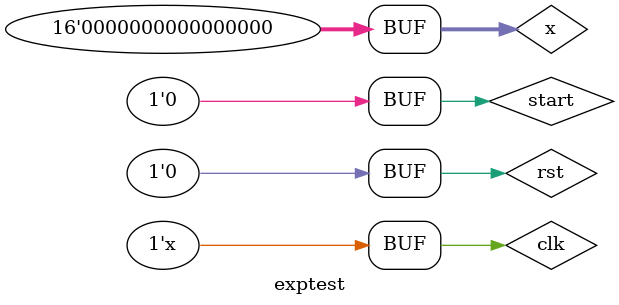
<source format=sv>
`timescale 1 ns/ 1 ns
module exptest;
	reg clk,rst,start;
	reg [15:0] x;
	wire done;
	wire [1:0] intpart;
	wire [15:0]fracpart;
	
	exponential exp(clk,rst,start,x,done,intpart,fracpart);
	
	initial begin
		rst = 1'b1;
		clk = 1'b0;
		start = 1'b0;
	end
	
	initial #24 rst = 1'b0;
	
	always #5 clk = ~clk;

	initial begin
		#10 start = 1'b1;
		#11 x = 16'h8000;
		#40 start = 1'b0;
		
		#50 x = 0;
		#1000 start = 1'b1;
		#20 start = 1'b0;
	end
endmodule 

</source>
